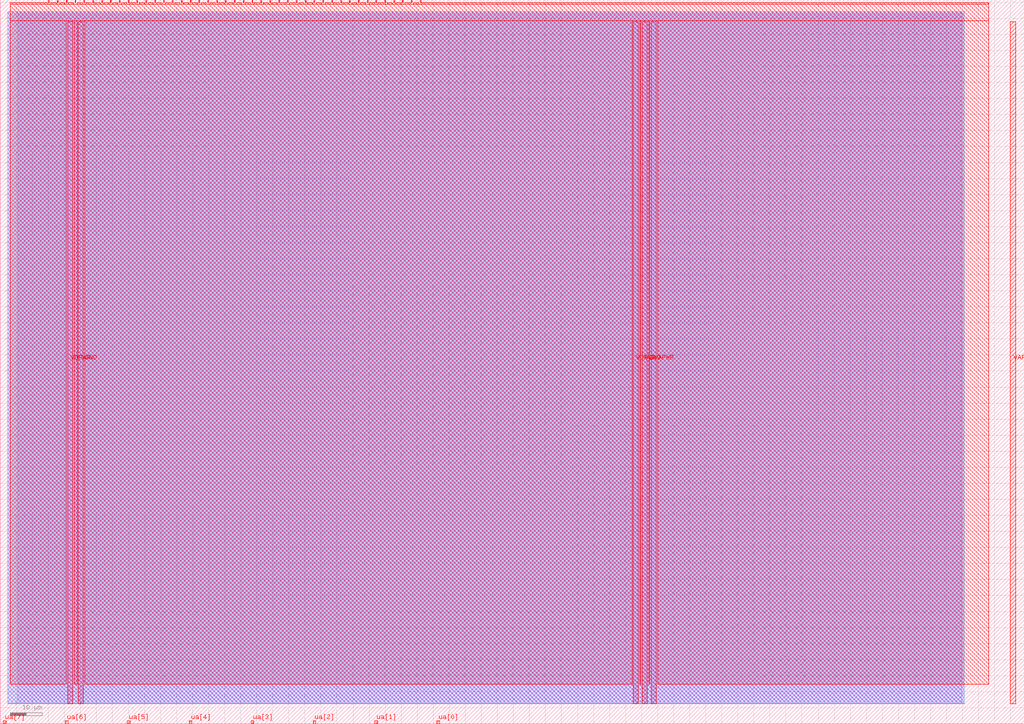
<source format=lef>
VERSION 5.7 ;
  NOWIREEXTENSIONATPIN ON ;
  DIVIDERCHAR "/" ;
  BUSBITCHARS "[]" ;
MACRO tt08-aicd-playground
  CLASS BLOCK ;
  FOREIGN tt08-aicd-playground ;
  ORIGIN 0.000 0.000 ;
  SIZE 319.240 BY 225.760 ;
  PIN VAPWR
    ANTENNADIFFAREA 16.667999 ;
    PORT
      LAYER met4 ;
        RECT 203.000 6.240 204.600 218.880 ;
    END
    PORT
      LAYER met4 ;
        RECT 315.000 6.240 316.600 218.880 ;
    END
  END VAPWR
  PIN VGND
    USE GROUND ;
    PORT
      LAYER met4 ;
        RECT 200.200 6.240 201.800 218.880 ;
    END
    PORT
      LAYER met4 ;
        RECT 24.340 6.240 25.940 218.880 ;
    END
  END VGND
  PIN VDPWR
    ANTENNADIFFAREA 4.448400 ;
    PORT
      LAYER met4 ;
        RECT 197.400 6.240 199.000 218.880 ;
    END
    PORT
      LAYER met4 ;
        RECT 21.040 6.240 22.640 218.880 ;
    END
  END VDPWR
  PIN clk
    ANTENNAGATEAREA 0.852000 ;
    PORT
      LAYER met4 ;
        RECT 128.190 224.760 128.490 225.760 ;
    END
  END clk
  PIN ena
    PORT
      LAYER met4 ;
        RECT 130.950 224.760 131.250 225.760 ;
    END
  END ena
  PIN rst_n
    ANTENNAGATEAREA 0.196500 ;
    PORT
      LAYER met4 ;
        RECT 125.430 224.760 125.730 225.760 ;
    END
  END rst_n
  PIN ua[0]
    PORT
      LAYER met4 ;
        RECT 136.170 0.000 137.070 1.000 ;
    END
  END ua[0]
  PIN ua[1]
    PORT
      LAYER met4 ;
        RECT 116.850 0.000 117.750 1.000 ;
    END
  END ua[1]
  PIN ua[2]
    PORT
      LAYER met4 ;
        RECT 97.530 0.000 98.430 1.000 ;
    END
  END ua[2]
  PIN ua[3]
    PORT
      LAYER met4 ;
        RECT 78.210 0.000 79.110 1.000 ;
    END
  END ua[3]
  PIN ua[4]
    PORT
      LAYER met4 ;
        RECT 58.890 0.000 59.790 1.000 ;
    END
  END ua[4]
  PIN ua[5]
    PORT
      LAYER met4 ;
        RECT 39.570 0.000 40.470 1.000 ;
    END
  END ua[5]
  PIN ua[6]
    PORT
      LAYER met4 ;
        RECT 20.250 0.000 21.150 1.000 ;
    END
  END ua[6]
  PIN ua[7]
    PORT
      LAYER met4 ;
        RECT 0.930 0.000 1.830 1.000 ;
    END
  END ua[7]
  PIN ui_in[0]
    ANTENNAGATEAREA 0.196500 ;
    PORT
      LAYER met4 ;
        RECT 122.670 224.760 122.970 225.760 ;
    END
  END ui_in[0]
  PIN ui_in[1]
    PORT
      LAYER met4 ;
        RECT 119.910 224.760 120.210 225.760 ;
    END
  END ui_in[1]
  PIN ui_in[2]
    PORT
      LAYER met4 ;
        RECT 117.150 224.760 117.450 225.760 ;
    END
  END ui_in[2]
  PIN ui_in[3]
    PORT
      LAYER met4 ;
        RECT 114.390 224.760 114.690 225.760 ;
    END
  END ui_in[3]
  PIN ui_in[4]
    PORT
      LAYER met4 ;
        RECT 111.630 224.760 111.930 225.760 ;
    END
  END ui_in[4]
  PIN ui_in[5]
    PORT
      LAYER met4 ;
        RECT 108.870 224.760 109.170 225.760 ;
    END
  END ui_in[5]
  PIN ui_in[6]
    PORT
      LAYER met4 ;
        RECT 106.110 224.760 106.410 225.760 ;
    END
  END ui_in[6]
  PIN ui_in[7]
    PORT
      LAYER met4 ;
        RECT 103.350 224.760 103.650 225.760 ;
    END
  END ui_in[7]
  PIN uio_in[0]
    ANTENNAGATEAREA 0.196500 ;
    PORT
      LAYER met4 ;
        RECT 100.590 224.760 100.890 225.760 ;
    END
  END uio_in[0]
  PIN uio_in[1]
    PORT
      LAYER met4 ;
        RECT 97.830 224.760 98.130 225.760 ;
    END
  END uio_in[1]
  PIN uio_in[2]
    PORT
      LAYER met4 ;
        RECT 95.070 224.760 95.370 225.760 ;
    END
  END uio_in[2]
  PIN uio_in[3]
    ANTENNAGATEAREA 0.196500 ;
    PORT
      LAYER met4 ;
        RECT 92.310 224.760 92.610 225.760 ;
    END
  END uio_in[3]
  PIN uio_in[4]
    PORT
      LAYER met4 ;
        RECT 89.550 224.760 89.850 225.760 ;
    END
  END uio_in[4]
  PIN uio_in[5]
    PORT
      LAYER met4 ;
        RECT 86.790 224.760 87.090 225.760 ;
    END
  END uio_in[5]
  PIN uio_in[6]
    PORT
      LAYER met4 ;
        RECT 84.030 224.760 84.330 225.760 ;
    END
  END uio_in[6]
  PIN uio_in[7]
    PORT
      LAYER met4 ;
        RECT 81.270 224.760 81.570 225.760 ;
    END
  END uio_in[7]
  PIN uio_oe[0]
    ANTENNADIFFAREA 0.445500 ;
    PORT
      LAYER met4 ;
        RECT 34.350 224.760 34.650 225.760 ;
    END
  END uio_oe[0]
  PIN uio_oe[1]
    ANTENNADIFFAREA 0.445500 ;
    PORT
      LAYER met4 ;
        RECT 31.590 224.760 31.890 225.760 ;
    END
  END uio_oe[1]
  PIN uio_oe[2]
    ANTENNADIFFAREA 0.445500 ;
    PORT
      LAYER met4 ;
        RECT 28.830 224.760 29.130 225.760 ;
    END
  END uio_oe[2]
  PIN uio_oe[3]
    ANTENNADIFFAREA 0.445500 ;
    PORT
      LAYER met4 ;
        RECT 26.070 224.760 26.370 225.760 ;
    END
  END uio_oe[3]
  PIN uio_oe[4]
    ANTENNADIFFAREA 0.445500 ;
    PORT
      LAYER met4 ;
        RECT 23.310 224.760 23.610 225.760 ;
    END
  END uio_oe[4]
  PIN uio_oe[5]
    ANTENNADIFFAREA 0.445500 ;
    PORT
      LAYER met4 ;
        RECT 20.550 224.760 20.850 225.760 ;
    END
  END uio_oe[5]
  PIN uio_oe[6]
    ANTENNADIFFAREA 0.445500 ;
    PORT
      LAYER met4 ;
        RECT 17.790 224.760 18.090 225.760 ;
    END
  END uio_oe[6]
  PIN uio_oe[7]
    ANTENNADIFFAREA 0.445500 ;
    PORT
      LAYER met4 ;
        RECT 15.030 224.760 15.330 225.760 ;
    END
  END uio_oe[7]
  PIN uio_out[0]
    ANTENNADIFFAREA 0.445500 ;
    PORT
      LAYER met4 ;
        RECT 56.430 224.760 56.730 225.760 ;
    END
  END uio_out[0]
  PIN uio_out[1]
    ANTENNADIFFAREA 0.445500 ;
    PORT
      LAYER met4 ;
        RECT 53.670 224.760 53.970 225.760 ;
    END
  END uio_out[1]
  PIN uio_out[2]
    ANTENNADIFFAREA 0.445500 ;
    PORT
      LAYER met4 ;
        RECT 50.910 224.760 51.210 225.760 ;
    END
  END uio_out[2]
  PIN uio_out[3]
    ANTENNADIFFAREA 0.445500 ;
    PORT
      LAYER met4 ;
        RECT 48.150 224.760 48.450 225.760 ;
    END
  END uio_out[3]
  PIN uio_out[4]
    ANTENNADIFFAREA 0.445500 ;
    PORT
      LAYER met4 ;
        RECT 45.390 224.760 45.690 225.760 ;
    END
  END uio_out[4]
  PIN uio_out[5]
    ANTENNADIFFAREA 0.445500 ;
    PORT
      LAYER met4 ;
        RECT 42.630 224.760 42.930 225.760 ;
    END
  END uio_out[5]
  PIN uio_out[6]
    ANTENNADIFFAREA 0.445500 ;
    PORT
      LAYER met4 ;
        RECT 39.870 224.760 40.170 225.760 ;
    END
  END uio_out[6]
  PIN uio_out[7]
    ANTENNADIFFAREA 0.445500 ;
    PORT
      LAYER met4 ;
        RECT 37.110 224.760 37.410 225.760 ;
    END
  END uio_out[7]
  PIN uo_out[0]
    ANTENNADIFFAREA 0.445500 ;
    PORT
      LAYER met4 ;
        RECT 78.510 224.760 78.810 225.760 ;
    END
  END uo_out[0]
  PIN uo_out[1]
    ANTENNADIFFAREA 0.445500 ;
    PORT
      LAYER met4 ;
        RECT 75.750 224.760 76.050 225.760 ;
    END
  END uo_out[1]
  PIN uo_out[2]
    ANTENNADIFFAREA 0.445500 ;
    PORT
      LAYER met4 ;
        RECT 72.990 224.760 73.290 225.760 ;
    END
  END uo_out[2]
  PIN uo_out[3]
    ANTENNADIFFAREA 0.445500 ;
    PORT
      LAYER met4 ;
        RECT 70.230 224.760 70.530 225.760 ;
    END
  END uo_out[3]
  PIN uo_out[4]
    ANTENNADIFFAREA 0.445500 ;
    PORT
      LAYER met4 ;
        RECT 67.470 224.760 67.770 225.760 ;
    END
  END uo_out[4]
  PIN uo_out[5]
    ANTENNADIFFAREA 0.445500 ;
    PORT
      LAYER met4 ;
        RECT 64.710 224.760 65.010 225.760 ;
    END
  END uo_out[5]
  PIN uo_out[6]
    ANTENNADIFFAREA 0.445500 ;
    PORT
      LAYER met4 ;
        RECT 61.950 224.760 62.250 225.760 ;
    END
  END uo_out[6]
  PIN uo_out[7]
    ANTENNADIFFAREA 0.445500 ;
    PORT
      LAYER met4 ;
        RECT 59.190 224.760 59.490 225.760 ;
    END
  END uo_out[7]
  OBS
      LAYER li1 ;
        RECT 5.520 6.395 299.875 222.085 ;
      LAYER met1 ;
        RECT 2.370 6.240 300.565 222.085 ;
      LAYER met2 ;
        RECT 2.390 6.295 300.565 221.625 ;
      LAYER met3 ;
        RECT 2.365 6.315 300.565 221.625 ;
      LAYER met4 ;
        RECT 3.055 224.360 14.630 224.760 ;
        RECT 15.730 224.360 17.390 224.760 ;
        RECT 18.490 224.360 20.150 224.760 ;
        RECT 21.250 224.360 22.910 224.760 ;
        RECT 24.010 224.360 25.670 224.760 ;
        RECT 26.770 224.360 28.430 224.760 ;
        RECT 29.530 224.360 31.190 224.760 ;
        RECT 32.290 224.360 33.950 224.760 ;
        RECT 35.050 224.360 36.710 224.760 ;
        RECT 37.810 224.360 39.470 224.760 ;
        RECT 40.570 224.360 42.230 224.760 ;
        RECT 43.330 224.360 44.990 224.760 ;
        RECT 46.090 224.360 47.750 224.760 ;
        RECT 48.850 224.360 50.510 224.760 ;
        RECT 51.610 224.360 53.270 224.760 ;
        RECT 54.370 224.360 56.030 224.760 ;
        RECT 57.130 224.360 58.790 224.760 ;
        RECT 59.890 224.360 61.550 224.760 ;
        RECT 62.650 224.360 64.310 224.760 ;
        RECT 65.410 224.360 67.070 224.760 ;
        RECT 68.170 224.360 69.830 224.760 ;
        RECT 70.930 224.360 72.590 224.760 ;
        RECT 73.690 224.360 75.350 224.760 ;
        RECT 76.450 224.360 78.110 224.760 ;
        RECT 79.210 224.360 80.870 224.760 ;
        RECT 81.970 224.360 83.630 224.760 ;
        RECT 84.730 224.360 86.390 224.760 ;
        RECT 87.490 224.360 89.150 224.760 ;
        RECT 90.250 224.360 91.910 224.760 ;
        RECT 93.010 224.360 94.670 224.760 ;
        RECT 95.770 224.360 97.430 224.760 ;
        RECT 98.530 224.360 100.190 224.760 ;
        RECT 101.290 224.360 102.950 224.760 ;
        RECT 104.050 224.360 105.710 224.760 ;
        RECT 106.810 224.360 108.470 224.760 ;
        RECT 109.570 224.360 111.230 224.760 ;
        RECT 112.330 224.360 113.990 224.760 ;
        RECT 115.090 224.360 116.750 224.760 ;
        RECT 117.850 224.360 119.510 224.760 ;
        RECT 120.610 224.360 122.270 224.760 ;
        RECT 123.370 224.360 125.030 224.760 ;
        RECT 126.130 224.360 127.790 224.760 ;
        RECT 128.890 224.360 130.550 224.760 ;
        RECT 131.650 224.360 308.200 224.760 ;
        RECT 3.055 219.280 308.200 224.360 ;
        RECT 3.055 12.280 20.640 219.280 ;
        RECT 23.040 12.280 23.940 219.280 ;
        RECT 26.340 12.280 197.000 219.280 ;
        RECT 199.400 12.280 199.800 219.280 ;
        RECT 202.200 12.280 202.600 219.280 ;
        RECT 205.000 12.280 308.200 219.280 ;
  END
END tt08-aicd-playground
END LIBRARY


</source>
